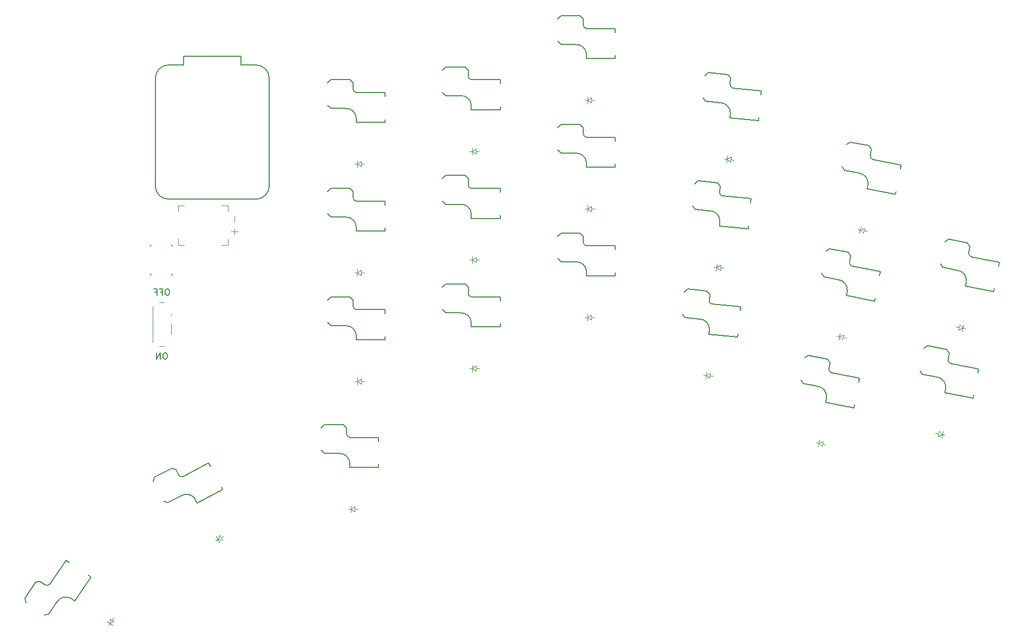
<source format=gbr>
%TF.GenerationSoftware,KiCad,Pcbnew,9.0.6*%
%TF.CreationDate,2025-12-30T20:42:03+01:00*%
%TF.ProjectId,right,72696768-742e-46b6-9963-61645f706362,v1.0.0*%
%TF.SameCoordinates,Original*%
%TF.FileFunction,Legend,Bot*%
%TF.FilePolarity,Positive*%
%FSLAX46Y46*%
G04 Gerber Fmt 4.6, Leading zero omitted, Abs format (unit mm)*
G04 Created by KiCad (PCBNEW 9.0.6) date 2025-12-30 20:42:03*
%MOMM*%
%LPD*%
G01*
G04 APERTURE LIST*
%ADD10C,0.150000*%
%ADD11C,0.127000*%
%ADD12C,0.100000*%
%ADD13C,0.120000*%
G04 APERTURE END LIST*
D10*
X151045103Y-119493838D02*
X150854627Y-119493838D01*
X150854627Y-119493838D02*
X150759389Y-119541457D01*
X150759389Y-119541457D02*
X150664151Y-119636695D01*
X150664151Y-119636695D02*
X150616532Y-119827171D01*
X150616532Y-119827171D02*
X150616532Y-120160504D01*
X150616532Y-120160504D02*
X150664151Y-120350980D01*
X150664151Y-120350980D02*
X150759389Y-120446219D01*
X150759389Y-120446219D02*
X150854627Y-120493838D01*
X150854627Y-120493838D02*
X151045103Y-120493838D01*
X151045103Y-120493838D02*
X151140341Y-120446219D01*
X151140341Y-120446219D02*
X151235579Y-120350980D01*
X151235579Y-120350980D02*
X151283198Y-120160504D01*
X151283198Y-120160504D02*
X151283198Y-119827171D01*
X151283198Y-119827171D02*
X151235579Y-119636695D01*
X151235579Y-119636695D02*
X151140341Y-119541457D01*
X151140341Y-119541457D02*
X151045103Y-119493838D01*
X149854627Y-119970028D02*
X150187960Y-119970028D01*
X150187960Y-120493838D02*
X150187960Y-119493838D01*
X150187960Y-119493838D02*
X149711770Y-119493838D01*
X148997484Y-119970028D02*
X149330817Y-119970028D01*
X149330817Y-120493838D02*
X149330817Y-119493838D01*
X149330817Y-119493838D02*
X148854627Y-119493838D01*
X150711762Y-129493836D02*
X150521286Y-129493836D01*
X150521286Y-129493836D02*
X150426048Y-129541455D01*
X150426048Y-129541455D02*
X150330810Y-129636693D01*
X150330810Y-129636693D02*
X150283191Y-129827169D01*
X150283191Y-129827169D02*
X150283191Y-130160502D01*
X150283191Y-130160502D02*
X150330810Y-130350978D01*
X150330810Y-130350978D02*
X150426048Y-130446217D01*
X150426048Y-130446217D02*
X150521286Y-130493836D01*
X150521286Y-130493836D02*
X150711762Y-130493836D01*
X150711762Y-130493836D02*
X150807000Y-130446217D01*
X150807000Y-130446217D02*
X150902238Y-130350978D01*
X150902238Y-130350978D02*
X150949857Y-130160502D01*
X150949857Y-130160502D02*
X150949857Y-129827169D01*
X150949857Y-129827169D02*
X150902238Y-129636693D01*
X150902238Y-129636693D02*
X150807000Y-129541455D01*
X150807000Y-129541455D02*
X150711762Y-129493836D01*
X149854619Y-130493836D02*
X149854619Y-129493836D01*
X149854619Y-129493836D02*
X149283191Y-130493836D01*
X149283191Y-130493836D02*
X149283191Y-129493836D01*
D11*
%TO.C,U?*%
X149100008Y-103450007D02*
X149100006Y-86450008D01*
X153500007Y-84450007D02*
X151100005Y-84450007D01*
X153500008Y-83050005D02*
X153500007Y-84450007D01*
X162500006Y-83050008D02*
X153500008Y-83050005D01*
X162500009Y-84450008D02*
X162500006Y-83050008D01*
X164900005Y-84450007D02*
X162500009Y-84450008D01*
X164900005Y-105450003D02*
X151100005Y-105450005D01*
X166900004Y-86450008D02*
X166900004Y-103450004D01*
X149100006Y-86450008D02*
G75*
G02*
X151100002Y-84450007I2050002J-50001D01*
G01*
X151100005Y-105450005D02*
G75*
G02*
X149100008Y-103450007I50000J2049997D01*
G01*
X164900006Y-84450006D02*
G75*
G02*
X166900005Y-86450008I-50001J-2050000D01*
G01*
X166900004Y-103450004D02*
G75*
G02*
X164900005Y-105450005I-2049999J49998D01*
G01*
D12*
%TO.C,D34*%
X180250010Y-116950004D02*
X180650010Y-116950005D01*
X180650010Y-116950005D02*
X180650010Y-116400005D01*
X180650010Y-116950005D02*
X180650010Y-117500006D01*
X180650010Y-116950005D02*
X181250011Y-116550005D01*
X181250009Y-116950008D02*
X181750010Y-116950006D01*
X181250011Y-116550005D02*
X181250013Y-117350005D01*
X181250013Y-117350005D02*
X180650010Y-116950005D01*
%TO.C,D25*%
X236427721Y-116086420D02*
X236825880Y-116124758D01*
X236825880Y-116124758D02*
X236773165Y-116672226D01*
X236825880Y-116124758D02*
X236878596Y-115577292D01*
X236825880Y-116124758D02*
X237461456Y-115784107D01*
X237384780Y-116580424D02*
X236825880Y-116124758D01*
X237423118Y-116182268D02*
X237920817Y-116230188D01*
X237461456Y-115784107D02*
X237384780Y-116580424D01*
D10*
%TO.C,S39*%
X269007167Y-132833346D02*
X268611757Y-132247127D01*
X269865805Y-128416025D02*
X269279590Y-128811434D01*
X271264909Y-133272205D02*
X269007167Y-132833346D01*
X272513895Y-135756160D02*
X272647462Y-135069023D01*
X272810688Y-128988451D02*
X269865805Y-128416025D01*
X273206098Y-129574669D02*
X272810688Y-128988451D01*
X273206098Y-129574669D02*
X273030554Y-130477765D01*
X273430330Y-131146330D02*
X277828021Y-132001154D01*
X276931219Y-136614800D02*
X272513895Y-135756160D01*
X277026624Y-136123988D02*
X276931219Y-136614800D01*
X277828021Y-132001154D02*
X277713534Y-132590128D01*
X271264909Y-133272205D02*
G75*
G02*
X272651279Y-135049390I-195407J-1581777D01*
G01*
X273430330Y-131146330D02*
G75*
G02*
X273030552Y-130477764I134394J534172D01*
G01*
%TO.C,S35*%
X176500007Y-91250006D02*
X176000009Y-90750004D01*
X176500008Y-86750006D02*
X176000008Y-87250005D01*
X178800008Y-91250005D02*
X176500007Y-91250006D01*
X179500008Y-86750004D02*
X176500008Y-86750006D01*
X180000007Y-87250005D02*
X179500008Y-86750004D01*
X180000007Y-87250005D02*
X180000007Y-88170005D01*
X180500010Y-93450005D02*
X180500008Y-92750005D01*
X180520007Y-88750005D02*
X185000009Y-88750005D01*
X185000005Y-93450006D02*
X180500010Y-93450005D01*
X185000007Y-92950006D02*
X185000005Y-93450006D01*
X185000009Y-88750005D02*
X185000007Y-89350005D01*
X178800008Y-91250005D02*
G75*
G02*
X180500007Y-92730005I110007J-1589991D01*
G01*
X180520007Y-88750005D02*
G75*
G02*
X180000008Y-88170005I30001J550000D01*
G01*
%TO.C,S23*%
X256871337Y-100931596D02*
X256475927Y-100345377D01*
X257729975Y-96514275D02*
X257143760Y-96909684D01*
X259129079Y-101370455D02*
X256871337Y-100931596D01*
X260378065Y-103854410D02*
X260511632Y-103167273D01*
X260674858Y-97086701D02*
X257729975Y-96514275D01*
X261070268Y-97672919D02*
X260674858Y-97086701D01*
X261070268Y-97672919D02*
X260894724Y-98576015D01*
X261294500Y-99244580D02*
X265692191Y-100099404D01*
X264795389Y-104713050D02*
X260378065Y-103854410D01*
X264890794Y-104222238D02*
X264795389Y-104713050D01*
X265692191Y-100099404D02*
X265577704Y-100688378D01*
X259129079Y-101370455D02*
G75*
G02*
X260515449Y-103147640I-195407J-1581777D01*
G01*
X261294500Y-99244580D02*
G75*
G02*
X260894722Y-98576014I134394J534172D01*
G01*
%TO.C,S26*%
X235158223Y-90145321D02*
X234708447Y-89599700D01*
X235589527Y-85666039D02*
X235043907Y-86115813D01*
X237447634Y-90365766D02*
X235158223Y-90145321D01*
X238575716Y-85953574D02*
X235589527Y-85666039D01*
X238928945Y-92718577D02*
X238996037Y-92021798D01*
X239025491Y-86499196D02*
X238575716Y-85953574D01*
X239025491Y-86499196D02*
X238937314Y-87414961D01*
X239399328Y-88042129D02*
X243858708Y-88471519D01*
X243408228Y-93149881D02*
X238928945Y-92718577D01*
X243456152Y-92652184D02*
X243408228Y-93149881D01*
X243858708Y-88471519D02*
X243801197Y-89068755D01*
X237447634Y-90365766D02*
G75*
G02*
X238997955Y-92001890I-42897J-1593218D01*
G01*
X239399328Y-88042129D02*
G75*
G02*
X238937314Y-87414961I82578J544592D01*
G01*
%TO.C,S40*%
X272250914Y-116145688D02*
X271855504Y-115559469D01*
X273109552Y-111728367D02*
X272523337Y-112123776D01*
X274508656Y-116584547D02*
X272250914Y-116145688D01*
X275757642Y-119068502D02*
X275891209Y-118381365D01*
X276054435Y-112300793D02*
X273109552Y-111728367D01*
X276449845Y-112887011D02*
X276054435Y-112300793D01*
X276449845Y-112887011D02*
X276274301Y-113790107D01*
X276674077Y-114458672D02*
X281071768Y-115313496D01*
X280174966Y-119927142D02*
X275757642Y-119068502D01*
X280270371Y-119436330D02*
X280174966Y-119927142D01*
X281071768Y-115313496D02*
X280957281Y-115902470D01*
X274508656Y-116584547D02*
G75*
G02*
X275895026Y-118361732I-195407J-1581777D01*
G01*
X276674077Y-114458672D02*
G75*
G02*
X276274299Y-113790106I134394J534172D01*
G01*
D12*
%TO.C,D23*%
X258892393Y-110187291D02*
X259285045Y-110263615D01*
X259285045Y-110263615D02*
X259180100Y-110803510D01*
X259285045Y-110263615D02*
X259389990Y-109723720D01*
X259285045Y-110263615D02*
X259950345Y-109985450D01*
X259797697Y-110770751D02*
X259285045Y-110263615D01*
X259874021Y-110378102D02*
X260364835Y-110473505D01*
X259950345Y-109985450D02*
X259797697Y-110770751D01*
%TO.C,D21*%
X252404896Y-143562604D02*
X252797548Y-143638928D01*
X252797548Y-143638928D02*
X252692603Y-144178823D01*
X252797548Y-143638928D02*
X252902493Y-143099033D01*
X252797548Y-143638928D02*
X253462848Y-143360763D01*
X253310200Y-144146064D02*
X252797548Y-143638928D01*
X253386524Y-143753415D02*
X253877338Y-143848818D01*
X253462848Y-143360763D02*
X253310200Y-144146064D01*
%TO.C,D31*%
X198250007Y-114949999D02*
X198650007Y-114950000D01*
X198650007Y-114950000D02*
X198650007Y-114400000D01*
X198650007Y-114950000D02*
X198650007Y-115500001D01*
X198650007Y-114950000D02*
X199250008Y-114550000D01*
X199250006Y-114950003D02*
X199750007Y-114950001D01*
X199250008Y-114550000D02*
X199250010Y-115350000D01*
X199250010Y-115350000D02*
X198650007Y-114950000D01*
%TO.C,D37*%
X158484117Y-158878193D02*
X158837296Y-158690403D01*
X158837296Y-158690403D02*
X158579087Y-158204782D01*
X158837296Y-158690403D02*
X159095506Y-159176024D01*
X158837296Y-158690403D02*
X159179276Y-158055543D01*
X159179276Y-158055543D02*
X159554855Y-158761898D01*
X159367066Y-158408722D02*
X159808539Y-158173983D01*
X159554855Y-158761898D02*
X158837296Y-158690403D01*
D10*
%TO.C,S33*%
X176500007Y-125250011D02*
X176000009Y-124750009D01*
X176500008Y-120750011D02*
X176000008Y-121250010D01*
X178800008Y-125250010D02*
X176500007Y-125250011D01*
X179500008Y-120750009D02*
X176500008Y-120750011D01*
X180000007Y-121250010D02*
X179500008Y-120750009D01*
X180000007Y-121250010D02*
X180000007Y-122170010D01*
X180500010Y-127450010D02*
X180500008Y-126750010D01*
X180520007Y-122750010D02*
X185000009Y-122750010D01*
X185000005Y-127450011D02*
X180500010Y-127450010D01*
X185000007Y-126950011D02*
X185000005Y-127450011D01*
X185000009Y-122750010D02*
X185000007Y-123350010D01*
X178800008Y-125250010D02*
G75*
G02*
X180500007Y-126730010I110007J-1589991D01*
G01*
X180520007Y-122750010D02*
G75*
G02*
X180000008Y-122170010I30001J550000D01*
G01*
%TO.C,S28*%
X212500010Y-98250005D02*
X212000012Y-97750003D01*
X212500011Y-93750005D02*
X212000011Y-94250004D01*
X214800011Y-98250004D02*
X212500010Y-98250005D01*
X215500011Y-93750003D02*
X212500011Y-93750005D01*
X216000010Y-94250004D02*
X215500011Y-93750003D01*
X216000010Y-94250004D02*
X216000010Y-95170004D01*
X216500013Y-100450004D02*
X216500011Y-99750004D01*
X216520010Y-95750004D02*
X221000012Y-95750004D01*
X221000008Y-100450005D02*
X216500013Y-100450004D01*
X221000010Y-99950005D02*
X221000008Y-100450005D01*
X221000012Y-95750004D02*
X221000010Y-96350004D01*
X214800011Y-98250004D02*
G75*
G02*
X216500010Y-99730004I110007J-1589991D01*
G01*
X216520010Y-95750004D02*
G75*
G02*
X216000011Y-95170004I30001J550000D01*
G01*
%TO.C,S34*%
X176500009Y-108250004D02*
X176000011Y-107750002D01*
X176500010Y-103750004D02*
X176000010Y-104250003D01*
X178800010Y-108250003D02*
X176500009Y-108250004D01*
X179500010Y-103750002D02*
X176500010Y-103750004D01*
X180000009Y-104250003D02*
X179500010Y-103750002D01*
X180000009Y-104250003D02*
X180000009Y-105170003D01*
X180500012Y-110450003D02*
X180500010Y-109750003D01*
X180520009Y-105750003D02*
X185000011Y-105750003D01*
X185000007Y-110450004D02*
X180500012Y-110450003D01*
X185000009Y-109950004D02*
X185000007Y-110450004D01*
X185000011Y-105750003D02*
X185000009Y-106350003D01*
X178800010Y-108250003D02*
G75*
G02*
X180500009Y-109730003I110007J-1589991D01*
G01*
X180520009Y-105750003D02*
G75*
G02*
X180000010Y-105170003I30001J550000D01*
G01*
%TO.C,S36*%
X175500008Y-145250008D02*
X175000010Y-144750006D01*
X175500009Y-140750008D02*
X175000009Y-141250007D01*
X177800009Y-145250007D02*
X175500008Y-145250008D01*
X178500009Y-140750006D02*
X175500009Y-140750008D01*
X179000008Y-141250007D02*
X178500009Y-140750006D01*
X179000008Y-141250007D02*
X179000008Y-142170007D01*
X179500011Y-147450007D02*
X179500009Y-146750007D01*
X179520008Y-142750007D02*
X184000010Y-142750007D01*
X184000006Y-147450008D02*
X179500011Y-147450007D01*
X184000008Y-146950008D02*
X184000006Y-147450008D01*
X184000010Y-142750007D02*
X184000008Y-143350007D01*
X177800009Y-145250007D02*
G75*
G02*
X179500008Y-146730007I110007J-1589991D01*
G01*
X179520008Y-142750007D02*
G75*
G02*
X179000009Y-142170007I30001J550000D01*
G01*
D12*
%TO.C,D35*%
X180250008Y-99950000D02*
X180650008Y-99950001D01*
X180650008Y-99950001D02*
X180650008Y-99400001D01*
X180650008Y-99950001D02*
X180650008Y-100500002D01*
X180650008Y-99950001D02*
X181250009Y-99550001D01*
X181250007Y-99950004D02*
X181750008Y-99950002D01*
X181250009Y-99550001D02*
X181250011Y-100350001D01*
X181250011Y-100350001D02*
X180650008Y-99950001D01*
%TO.C,RST1*%
X148250008Y-112850009D02*
X148250008Y-112600014D01*
X148250012Y-117050009D02*
X148250009Y-117300016D01*
X148500009Y-112600011D02*
X148250008Y-112600014D01*
X148500009Y-117300011D02*
X148250009Y-117300016D01*
X151500009Y-112600013D02*
X151750009Y-112600008D01*
X151500009Y-117300013D02*
X151750010Y-117300010D01*
X151750006Y-112850015D02*
X151750009Y-112600008D01*
X151750010Y-117050015D02*
X151750010Y-117300010D01*
D10*
%TO.C,S37*%
X148976036Y-148983801D02*
X148769300Y-149660011D01*
X151088659Y-152957066D02*
X150412449Y-152750328D01*
X151624879Y-147575387D02*
X148976036Y-148983801D01*
X152301087Y-147782126D02*
X151624879Y-147575387D01*
X152301087Y-147782126D02*
X152733002Y-148594437D01*
X153119439Y-151877283D02*
X151088659Y-152957066D01*
X153464429Y-148862421D02*
X157420034Y-146759187D01*
X155653284Y-153021665D02*
X155324655Y-152403602D01*
X157420034Y-146759187D02*
X157701717Y-147288958D01*
X159391815Y-150467569D02*
X159626551Y-150909043D01*
X159626551Y-150909043D02*
X155653284Y-153021665D01*
X153119439Y-151877283D02*
G75*
G02*
X155315268Y-152385941I843586J-1352240D01*
G01*
X153464429Y-148862421D02*
G75*
G02*
X152733003Y-148594437I-231721J499705D01*
G01*
D12*
%TO.C,D27*%
X216250011Y-123950006D02*
X216650011Y-123950007D01*
X216650011Y-123950007D02*
X216650011Y-123400007D01*
X216650011Y-123950007D02*
X216650011Y-124500008D01*
X216650011Y-123950007D02*
X217250012Y-123550007D01*
X217250010Y-123950010D02*
X217750011Y-123950008D01*
X217250012Y-123550007D02*
X217250014Y-124350007D01*
X217250014Y-124350007D02*
X216650011Y-123950007D01*
%TO.C,D30*%
X198250003Y-131950003D02*
X198650003Y-131950004D01*
X198650003Y-131950004D02*
X198650003Y-131400004D01*
X198650003Y-131950004D02*
X198650003Y-132500005D01*
X198650003Y-131950004D02*
X199250004Y-131550004D01*
X199250002Y-131950007D02*
X199750003Y-131950005D01*
X199250004Y-131550004D02*
X199250006Y-132350004D01*
X199250006Y-132350004D02*
X198650003Y-131950004D01*
%TO.C,D33*%
X180250003Y-133949995D02*
X180650003Y-133949996D01*
X180650003Y-133949996D02*
X180650003Y-133399996D01*
X180650003Y-133949996D02*
X180650003Y-134499997D01*
X180650003Y-133949996D02*
X181250004Y-133549996D01*
X181250002Y-133949999D02*
X181750003Y-133949997D01*
X181250004Y-133549996D02*
X181250006Y-134349996D01*
X181250006Y-134349996D02*
X180650003Y-133949996D01*
D10*
%TO.C,S32*%
X194500006Y-89250009D02*
X194000008Y-88750007D01*
X194500007Y-84750009D02*
X194000007Y-85250008D01*
X196800007Y-89250008D02*
X194500006Y-89250009D01*
X197500007Y-84750007D02*
X194500007Y-84750009D01*
X198000006Y-85250008D02*
X197500007Y-84750007D01*
X198000006Y-85250008D02*
X198000006Y-86170008D01*
X198500009Y-91450008D02*
X198500007Y-90750008D01*
X198520006Y-86750008D02*
X203000008Y-86750008D01*
X203000004Y-91450009D02*
X198500009Y-91450008D01*
X203000006Y-90950009D02*
X203000004Y-91450009D01*
X203000008Y-86750008D02*
X203000006Y-87350008D01*
X196800007Y-89250008D02*
G75*
G02*
X198500006Y-90730008I110007J-1589991D01*
G01*
X198520006Y-86750008D02*
G75*
G02*
X198000007Y-86170008I30001J550000D01*
G01*
%TO.C,S31*%
X194500005Y-106250003D02*
X194000007Y-105750001D01*
X194500006Y-101750003D02*
X194000006Y-102250002D01*
X196800006Y-106250002D02*
X194500005Y-106250003D01*
X197500006Y-101750001D02*
X194500006Y-101750003D01*
X198000005Y-102250002D02*
X197500006Y-101750001D01*
X198000005Y-102250002D02*
X198000005Y-103170002D01*
X198500008Y-108450002D02*
X198500006Y-107750002D01*
X198520005Y-103750002D02*
X203000007Y-103750002D01*
X203000003Y-108450003D02*
X198500008Y-108450002D01*
X203000005Y-107950003D02*
X203000003Y-108450003D01*
X203000007Y-103750002D02*
X203000005Y-104350002D01*
X196800006Y-106250002D02*
G75*
G02*
X198500005Y-107730002I110007J-1589991D01*
G01*
X198520005Y-103750002D02*
G75*
G02*
X198000006Y-103170002I30001J550000D01*
G01*
%TO.C,S24*%
X231899467Y-123988787D02*
X231449691Y-123443166D01*
X232330771Y-119509505D02*
X231785151Y-119959279D01*
X234188878Y-124209232D02*
X231899467Y-123988787D01*
X235316960Y-119797040D02*
X232330771Y-119509505D01*
X235670189Y-126562043D02*
X235737281Y-125865264D01*
X235766735Y-120342662D02*
X235316960Y-119797040D01*
X235766735Y-120342662D02*
X235678558Y-121258427D01*
X236140572Y-121885595D02*
X240599952Y-122314985D01*
X240149472Y-126993347D02*
X235670189Y-126562043D01*
X240197396Y-126495650D02*
X240149472Y-126993347D01*
X240599952Y-122314985D02*
X240542441Y-122912221D01*
X234188878Y-124209232D02*
G75*
G02*
X235739199Y-125845356I-42897J-1593218D01*
G01*
X236140572Y-121885595D02*
G75*
G02*
X235678558Y-121258427I82578J544592D01*
G01*
D12*
%TO.C,D24*%
X234798339Y-133008146D02*
X235196498Y-133046484D01*
X235196498Y-133046484D02*
X235143783Y-133593952D01*
X235196498Y-133046484D02*
X235249214Y-132499018D01*
X235196498Y-133046484D02*
X235832074Y-132705833D01*
X235755398Y-133502150D02*
X235196498Y-133046484D01*
X235793736Y-133103994D02*
X236291435Y-133151914D01*
X235832074Y-132705833D02*
X235755398Y-133502150D01*
D10*
%TO.C,S22*%
X253627578Y-117619256D02*
X253232168Y-117033037D01*
X254486216Y-113201935D02*
X253900001Y-113597344D01*
X255885320Y-118058115D02*
X253627578Y-117619256D01*
X257134306Y-120542070D02*
X257267873Y-119854933D01*
X257431099Y-113774361D02*
X254486216Y-113201935D01*
X257826509Y-114360579D02*
X257431099Y-113774361D01*
X257826509Y-114360579D02*
X257650965Y-115263675D01*
X258050741Y-115932240D02*
X262448432Y-116787064D01*
X261551630Y-121400710D02*
X257134306Y-120542070D01*
X261647035Y-120909898D02*
X261551630Y-121400710D01*
X262448432Y-116787064D02*
X262333945Y-117376038D01*
X255885320Y-118058115D02*
G75*
G02*
X257271690Y-119835300I-195407J-1581777D01*
G01*
X258050741Y-115932240D02*
G75*
G02*
X257650963Y-115263674I134394J534172D01*
G01*
D12*
%TO.C,D40*%
X274686469Y-125889420D02*
X274839117Y-125104119D01*
X274762793Y-125496768D02*
X274271979Y-125401365D01*
X274839117Y-125104119D02*
X275351769Y-125611255D01*
X275351769Y-125611255D02*
X274686469Y-125889420D01*
X275351769Y-125611255D02*
X275246824Y-126151150D01*
X275351769Y-125611255D02*
X275456714Y-125071360D01*
X275744421Y-125687579D02*
X275351769Y-125611255D01*
%TO.C,D28*%
X216250007Y-106950000D02*
X216650007Y-106950001D01*
X216650007Y-106950001D02*
X216650007Y-106400001D01*
X216650007Y-106950001D02*
X216650007Y-107500002D01*
X216650007Y-106950001D02*
X217250008Y-106550001D01*
X217250006Y-106950004D02*
X217750007Y-106950002D01*
X217250008Y-106550001D02*
X217250010Y-107350001D01*
X217250010Y-107350001D02*
X216650007Y-106950001D01*
D13*
%TO.C,JST1*%
X152632721Y-111599021D02*
X152632723Y-112599021D01*
X152632722Y-106479020D02*
X153632723Y-106479020D01*
X152632723Y-107399021D02*
X152632722Y-106479020D01*
X152632723Y-112599021D02*
X153632723Y-112599018D01*
X160452722Y-111679019D02*
X160452722Y-112599021D01*
X160452722Y-112599021D02*
X159452723Y-112599020D01*
X160452723Y-106479020D02*
X159452723Y-106479019D01*
X160452725Y-107399020D02*
X160452723Y-106479020D01*
D12*
X160992722Y-110539019D02*
X161992723Y-110539021D01*
X161492723Y-108039023D02*
X161492723Y-109039020D01*
X161492725Y-111039022D02*
X161492720Y-110039020D01*
%TO.C,D29*%
X216250007Y-89950001D02*
X216650007Y-89950002D01*
X216650007Y-89950002D02*
X216650007Y-89400002D01*
X216650007Y-89950002D02*
X216650007Y-90500003D01*
X216650007Y-89950002D02*
X217250008Y-89550002D01*
X217250006Y-89950005D02*
X217750007Y-89950003D01*
X217250008Y-89550002D02*
X217250010Y-90350002D01*
X217250010Y-90350002D02*
X216650007Y-89950002D01*
D10*
%TO.C,S30*%
X194500007Y-123250005D02*
X194000009Y-122750003D01*
X194500008Y-118750005D02*
X194000008Y-119250004D01*
X196800008Y-123250004D02*
X194500007Y-123250005D01*
X197500008Y-118750003D02*
X194500008Y-118750005D01*
X198000007Y-119250004D02*
X197500008Y-118750003D01*
X198000007Y-119250004D02*
X198000007Y-120170004D01*
X198500010Y-125450004D02*
X198500008Y-124750004D01*
X198520007Y-120750004D02*
X203000009Y-120750004D01*
X203000005Y-125450005D02*
X198500010Y-125450004D01*
X203000007Y-124950005D02*
X203000005Y-125450005D01*
X203000009Y-120750004D02*
X203000007Y-121350004D01*
X196800008Y-123250004D02*
G75*
G02*
X198500007Y-124730004I110007J-1589991D01*
G01*
X198520007Y-120750004D02*
G75*
G02*
X198000008Y-120170004I30001J550000D01*
G01*
D12*
%TO.C,D38*%
X141734114Y-172169495D02*
X141957791Y-171837882D01*
X141957791Y-171837882D02*
X141501820Y-171530325D01*
X141957791Y-171837882D02*
X141961692Y-171116781D01*
X141957791Y-171837882D02*
X142413761Y-172145438D01*
X141961692Y-171116781D02*
X142624920Y-171564135D01*
X142293307Y-171340459D02*
X142572902Y-170925941D01*
X142624920Y-171564135D02*
X141957791Y-171837882D01*
D10*
%TO.C,S38*%
X128693848Y-167897037D02*
X128828772Y-168591154D01*
X130371427Y-165409926D02*
X128693848Y-167897037D01*
X131065542Y-165275003D02*
X130371427Y-165409926D01*
X131065542Y-165275003D02*
X131828258Y-165789462D01*
X132424518Y-170413407D02*
X131730402Y-170548329D01*
X132599879Y-165682694D02*
X135105064Y-161968604D01*
X133710664Y-168506620D02*
X132424518Y-170413407D01*
X135105064Y-161968604D02*
X135602485Y-162304120D01*
X136485171Y-168327480D02*
X135904845Y-167936045D01*
X138587023Y-164317214D02*
X139001538Y-164596811D01*
X139001538Y-164596811D02*
X136485171Y-168327480D01*
X132599879Y-165682694D02*
G75*
G02*
X131828258Y-165789462I-439195J332428D01*
G01*
X133710664Y-168506620D02*
G75*
G02*
X135888263Y-167924862I1379677J-797914D01*
G01*
%TO.C,S29*%
X212500002Y-81250016D02*
X212000004Y-80750014D01*
X212500003Y-76750016D02*
X212000003Y-77250015D01*
X214800003Y-81250015D02*
X212500002Y-81250016D01*
X215500003Y-76750014D02*
X212500003Y-76750016D01*
X216000002Y-77250015D02*
X215500003Y-76750014D01*
X216000002Y-77250015D02*
X216000002Y-78170015D01*
X216500005Y-83450015D02*
X216500003Y-82750015D01*
X216520002Y-78750015D02*
X221000004Y-78750015D01*
X221000000Y-83450016D02*
X216500005Y-83450015D01*
X221000002Y-82950016D02*
X221000000Y-83450016D01*
X221000004Y-78750015D02*
X221000002Y-79350015D01*
X214800003Y-81250015D02*
G75*
G02*
X216500002Y-82730015I110007J-1589991D01*
G01*
X216520002Y-78750015D02*
G75*
G02*
X216000003Y-78170015I30001J550000D01*
G01*
D12*
%TO.C,D26*%
X238057100Y-99164682D02*
X238455259Y-99203020D01*
X238455259Y-99203020D02*
X238402544Y-99750488D01*
X238455259Y-99203020D02*
X238507975Y-98655554D01*
X238455259Y-99203020D02*
X239090835Y-98862369D01*
X239014159Y-99658686D02*
X238455259Y-99203020D01*
X239052497Y-99260530D02*
X239550196Y-99308450D01*
X239090835Y-98862369D02*
X239014159Y-99658686D01*
D10*
%TO.C,S21*%
X250383834Y-134306926D02*
X249988424Y-133720707D01*
X251242472Y-129889605D02*
X250656257Y-130285014D01*
X252641576Y-134745785D02*
X250383834Y-134306926D01*
X253890562Y-137229740D02*
X254024129Y-136542603D01*
X254187355Y-130462031D02*
X251242472Y-129889605D01*
X254582765Y-131048249D02*
X254187355Y-130462031D01*
X254582765Y-131048249D02*
X254407221Y-131951345D01*
X254806997Y-132619910D02*
X259204688Y-133474734D01*
X258307886Y-138088380D02*
X253890562Y-137229740D01*
X258403291Y-137597568D02*
X258307886Y-138088380D01*
X259204688Y-133474734D02*
X259090201Y-134063708D01*
X252641576Y-134745785D02*
G75*
G02*
X254027946Y-136522970I-195407J-1581777D01*
G01*
X254806997Y-132619910D02*
G75*
G02*
X254407219Y-131951344I134394J534172D01*
G01*
%TO.C,S25*%
X233528850Y-107067052D02*
X233079074Y-106521431D01*
X233960154Y-102587770D02*
X233414534Y-103037544D01*
X235818261Y-107287497D02*
X233528850Y-107067052D01*
X236946343Y-102875305D02*
X233960154Y-102587770D01*
X237299572Y-109640308D02*
X237366664Y-108943529D01*
X237396118Y-103420927D02*
X236946343Y-102875305D01*
X237396118Y-103420927D02*
X237307941Y-104336692D01*
X237769955Y-104963860D02*
X242229335Y-105393250D01*
X241778855Y-110071612D02*
X237299572Y-109640308D01*
X241826779Y-109573915D02*
X241778855Y-110071612D01*
X242229335Y-105393250D02*
X242171824Y-105990486D01*
X235818261Y-107287497D02*
G75*
G02*
X237368582Y-108923621I-42897J-1593218D01*
G01*
X237769955Y-104963860D02*
G75*
G02*
X237307941Y-104336692I82578J544592D01*
G01*
D12*
%TO.C,D22*%
X255648642Y-126874949D02*
X256041294Y-126951273D01*
X256041294Y-126951273D02*
X255936349Y-127491168D01*
X256041294Y-126951273D02*
X256146239Y-126411378D01*
X256041294Y-126951273D02*
X256706594Y-126673108D01*
X256553946Y-127458409D02*
X256041294Y-126951273D01*
X256630270Y-127065760D02*
X257121084Y-127161163D01*
X256706594Y-126673108D02*
X256553946Y-127458409D01*
D13*
%TO.C,PWR1*%
X148667722Y-127889029D02*
X148667726Y-122189020D01*
X149677718Y-121589020D02*
X150467712Y-121589018D01*
X150467717Y-128489019D02*
X149677715Y-128489018D01*
X151517720Y-123639017D02*
X151517725Y-123439009D01*
X151517722Y-126639011D02*
X151517715Y-124939022D01*
D12*
%TO.C,D32*%
X198250006Y-97949998D02*
X198650006Y-97949999D01*
X198650006Y-97949999D02*
X198650006Y-97399999D01*
X198650006Y-97949999D02*
X198650006Y-98500000D01*
X198650006Y-97949999D02*
X199250007Y-97549999D01*
X199250005Y-97950002D02*
X199750006Y-97950000D01*
X199250007Y-97549999D02*
X199250009Y-98349999D01*
X199250009Y-98349999D02*
X198650006Y-97949999D01*
%TO.C,D36*%
X179250003Y-153950006D02*
X179650003Y-153950007D01*
X179650003Y-153950007D02*
X179650003Y-153400007D01*
X179650003Y-153950007D02*
X179650003Y-154500008D01*
X179650003Y-153950007D02*
X180250004Y-153550007D01*
X180250002Y-153950010D02*
X180750003Y-153950008D01*
X180250004Y-153550007D02*
X180250006Y-154350007D01*
X180250006Y-154350007D02*
X179650003Y-153950007D01*
%TO.C,D39*%
X271442717Y-142577092D02*
X271595365Y-141791791D01*
X271519041Y-142184440D02*
X271028227Y-142089037D01*
X271595365Y-141791791D02*
X272108017Y-142298927D01*
X272108017Y-142298927D02*
X271442717Y-142577092D01*
X272108017Y-142298927D02*
X272003072Y-142838822D01*
X272108017Y-142298927D02*
X272212962Y-141759032D01*
X272500669Y-142375251D02*
X272108017Y-142298927D01*
D10*
%TO.C,S27*%
X212500000Y-115250001D02*
X212000002Y-114749999D01*
X212500001Y-110750001D02*
X212000001Y-111250000D01*
X214800001Y-115250000D02*
X212500000Y-115250001D01*
X215500001Y-110749999D02*
X212500001Y-110750001D01*
X216000000Y-111250000D02*
X215500001Y-110749999D01*
X216000000Y-111250000D02*
X216000000Y-112170000D01*
X216500003Y-117450000D02*
X216500001Y-116750000D01*
X216520000Y-112750000D02*
X221000002Y-112750000D01*
X220999998Y-117450001D02*
X216500003Y-117450000D01*
X221000000Y-116950001D02*
X220999998Y-117450001D01*
X221000002Y-112750000D02*
X221000000Y-113350000D01*
X214800001Y-115250000D02*
G75*
G02*
X216500000Y-116730000I110007J-1589991D01*
G01*
X216520000Y-112750000D02*
G75*
G02*
X216000001Y-112170000I30001J550000D01*
G01*
%TD*%
M02*

</source>
